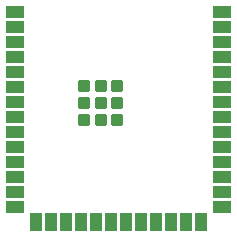
<source format=gts>
G04 Layer: TopSolderMaskLayer*
G04 EasyEDA Pro v2.2.32.3, 2024-12-01 19:29:51*
G04 Gerber Generator version 0.3*
G04 Scale: 100 percent, Rotated: No, Reflected: No*
G04 Dimensions in millimeters*
G04 Leading zeros omitted, absolute positions, 3 integers and 5 decimals*
%FSLAX35Y35*%
%MOMM*%
%AMRoundRect*1,1,$1,$2,$3*1,1,$1,$4,$5*1,1,$1,0-$2,0-$3*1,1,$1,0-$4,0-$5*20,1,$1,$2,$3,$4,$5,0*20,1,$1,$4,$5,0-$2,0-$3,0*20,1,$1,0-$2,0-$3,0-$4,0-$5,0*20,1,$1,0-$4,0-$5,$2,$3,0*4,1,4,$2,$3,$4,$5,0-$2,0-$3,0-$4,0-$5,$2,$3,0*%
%ADD10RoundRect,0.09093X-0.75455X0.45455X0.75455X0.45455*%
%ADD11RoundRect,0.09093X-0.45455X-0.75455X-0.45455X0.75455*%
%ADD12RoundRect,0.09093X0.75455X-0.45455X-0.75455X-0.45455*%
%ADD13RoundRect,0.09224X-0.45468X-0.45468X-0.45468X0.45468*%
G75*


G04 Pad Start*
G54D10*
G01X140995Y-761505D03*
G01X140995Y-888505D03*
G01X140995Y-1015505D03*
G01X140995Y-1142505D03*
G01X140995Y-1269505D03*
G01X140995Y-1396505D03*
G01X140995Y-1523505D03*
G01X140995Y-1650505D03*
G01X140995Y-1777505D03*
G01X140995Y-1904505D03*
G01X140995Y-2031505D03*
G01X140995Y-2158505D03*
G01X140995Y-2285505D03*
G01X140995Y-2412505D03*
G54D11*
G01X317500Y-2540495D03*
G01X444500Y-2540495D03*
G01X571500Y-2540495D03*
G01X698500Y-2540495D03*
G01X825500Y-2540495D03*
G01X952500Y-2540495D03*
G01X1079500Y-2540495D03*
G01X1206500Y-2540495D03*
G01X1333500Y-2540495D03*
G01X1460500Y-2540495D03*
G01X1587500Y-2540495D03*
G01X1714500Y-2537498D03*
G54D12*
G01X1891005Y-2412505D03*
G01X1891005Y-2285505D03*
G01X1891005Y-2158505D03*
G01X1891005Y-2031505D03*
G01X1891005Y-1904505D03*
G01X1891005Y-1777505D03*
G01X1891005Y-1650505D03*
G01X1891005Y-1523505D03*
G01X1891005Y-1396505D03*
G01X1891005Y-1269505D03*
G01X1891005Y-1142505D03*
G01X1891005Y-1015505D03*
G01X1891005Y-888505D03*
G01X1891005Y-761505D03*
G54D13*
G01X1005992Y-1673517D03*
G01X865988Y-1673517D03*
G01X725983Y-1673517D03*
G01X725983Y-1393507D03*
G01X865988Y-1393507D03*
G01X1005992Y-1393507D03*
G01X1005992Y-1533512D03*
G01X725983Y-1533512D03*
G01X865988Y-1533512D03*
G04 Pad End*

M02*


</source>
